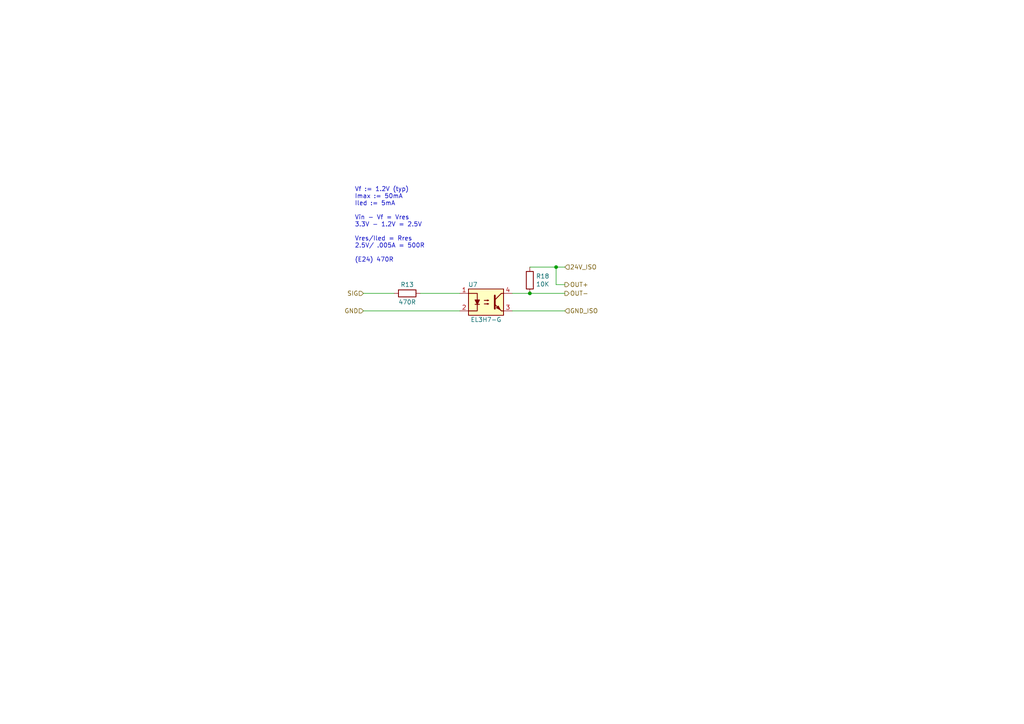
<source format=kicad_sch>
(kicad_sch (version 20211123) (generator eeschema)
  (paper "A4")
  (lib_symbols
    (symbol "Device:R" (pin_numbers hide) (pin_names (offset 0))
      (property "Reference" "R" (at 2.032 0 90))
      (property "Value" "R" (at 0 0 90))
      (symbol "R_0_1"
        (rectangle (start -1.016 -2.54) (end 1.016 2.54) (stroke (width 0.254)))
      )
      (symbol "R_1_1"
        (pin passive line (at 0 3.81 270) (length 1.27) (name "~") (number "1"))
        (pin passive line (at 0 -3.81 90) (length 1.27) (name "~") (number "2"))
      )
    )
    (symbol "william_optoisolators:EL3H7-G" (pin_names (offset 1.016))
      (property "Reference" "U" (at -3.81 5.08 0))
      (property "Value" "william_optoisolators_EL3H7-G" (at -1.27 -5.08 0))
      (symbol "EL3H7-G_1_1"
        (rectangle (start -5.08 3.81) (end 5.08 -3.81) (stroke (width 0.254)) (fill (type background)))
        (polyline (pts (xy -3.175 -0.635) (xy -1.905 -0.635)) (stroke (width 0.254)))
        (polyline (pts (xy 2.54 1.905) (xy 2.54 -1.905) (xy 2.54 -1.905)) (stroke (width 0.508)))
        (polyline (pts (xy 5.08 -2.54) (xy 4.445 -2.54) (xy 2.54 -0.635)) (stroke (width 0.254)))
        (polyline (pts (xy 5.08 2.54) (xy 4.445 2.54) (xy 2.54 0.635)) (stroke (width 0.254)))
        (polyline (pts (xy -5.08 -2.54) (xy -2.54 -2.54) (xy -2.54 2.54) (xy -5.08 2.54)) (stroke (width 0.254)))
        (polyline (pts (xy -2.54 -0.635) (xy -3.175 0.635) (xy -1.905 0.635) (xy -2.54 -0.635)) (stroke (width 0.254)) (fill (type outline)))
        (polyline (pts (xy -0.508 -0.508) (xy 0.762 -0.508) (xy 0.381 -0.635) (xy 0.381 -0.381) (xy 0.762 -0.508)) (stroke (width 0.254)))
        (polyline (pts (xy -0.508 0.508) (xy 0.762 0.508) (xy 0.381 0.381) (xy 0.381 0.635) (xy 0.762 0.508)) (stroke (width 0.254)))
        (polyline (pts (xy 3.048 -1.651) (xy 3.556 -1.143) (xy 4.064 -2.159) (xy 3.048 -1.651) (xy 3.048 -1.651)) (stroke (width 0.254)) (fill (type outline)))
        (pin passive line (at -7.62 2.54 0) (length 2.54) (name "~") (number "1"))
        (pin passive line (at -7.62 -2.54 0) (length 2.54) (name "~") (number "2"))
        (pin passive line (at 7.62 -2.54 180) (length 2.54) (name "~") (number "3"))
        (pin passive line (at 7.62 2.54 180) (length 2.54) (name "~") (number "4"))
      )
    )
  )
  (junction (at 153.67 85.09))
  (junction (at 161.29 77.47))
  (wire (pts (xy 114.3 85.09) (xy 105.41 85.09)))
  (wire (pts (xy 161.29 77.47) (xy 161.29 82.55)))
  (wire (pts (xy 161.29 82.55) (xy 163.83 82.55)))
  (wire (pts (xy 148.59 85.09) (xy 153.67 85.09)))
  (wire (pts (xy 105.41 90.17) (xy 133.35 90.17)))
  (wire (pts (xy 153.67 85.09) (xy 163.83 85.09)))
  (wire (pts (xy 121.92 85.09) (xy 133.35 85.09)))
  (wire (pts (xy 148.59 90.17) (xy 163.83 90.17)))
  (wire (pts (xy 153.67 77.47) (xy 161.29 77.47)))
  (wire (pts (xy 161.29 77.47) (xy 163.83 77.47)))
  (text "Vf := 1.2V (typ)\nImax := 50mA\nIled := 5mA\n\nVin - Vf = Vres\n3.3V - 1.2V = 2.5V\n\nVres/Iled = Rres\n2.5V/ .005A = 500R\n\n(E24) 470R" (at 102.87 76.2 0) (effects (font (size 1.27 1.27)) (justify left bottom)))
  (hierarchical_label "24V_ISO" (shape input) (at 163.83 77.47 0))
  (hierarchical_label "OUT+" (shape output) (at 163.83 82.55 0))
  (hierarchical_label "SIG" (shape input) (at 105.41 85.09 180))
  (hierarchical_label "GND" (shape input) (at 105.41 90.17 180))
  (hierarchical_label "OUT-" (shape output) (at 163.83 85.09 0))
  (hierarchical_label "GND_ISO" (shape input) (at 163.83 90.17 0))
  (symbol (lib_id "william_optoisolators:EL3H7-G") (at 140.97 87.63 0) (unit 1)
    (property "Reference" "U7" (at 137.16 82.55 0))
    (property "Value" "EL3H7-G" (at 140.97 92.71 0))
    (property "Footprint" "Package_SO:SOP-4_4.4x2.6mm_P1.27mm" (effects hide))
  )
  (symbol (lib_id "Device:R") (at 118.11 85.09 270) (unit 1)
    (property "Reference" "R13" (at 118.11 82.55 90))
    (property "Value" "470R" (at 118.11 87.63 90))
    (property "Footprint" "Resistor_SMD:R_0603_1608Metric" (effects hide))
  )
  (symbol (lib_id "Device:R") (at 153.67 81.28 0) (unit 1)
    (property "Reference" "R18" (at 155.448 80.1116 0) (effects (justify left)))
    (property "Value" "10K" (at 155.448 82.423 0) (effects (justify left)))
    (property "Footprint" "Resistor_SMD:R_0603_1608Metric" (effects hide))
  )
)
</source>
